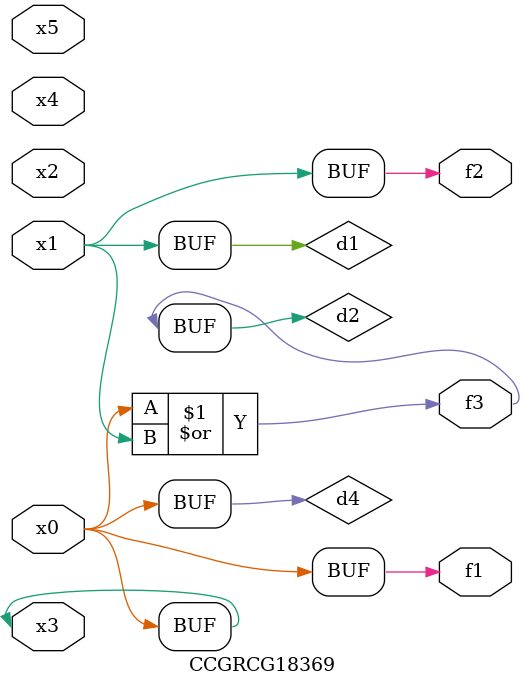
<source format=v>
module CCGRCG18369(
	input x0, x1, x2, x3, x4, x5,
	output f1, f2, f3
);

	wire d1, d2, d3, d4;

	and (d1, x1);
	or (d2, x0, x1);
	nand (d3, x0, x5);
	buf (d4, x0, x3);
	assign f1 = d4;
	assign f2 = d1;
	assign f3 = d2;
endmodule

</source>
